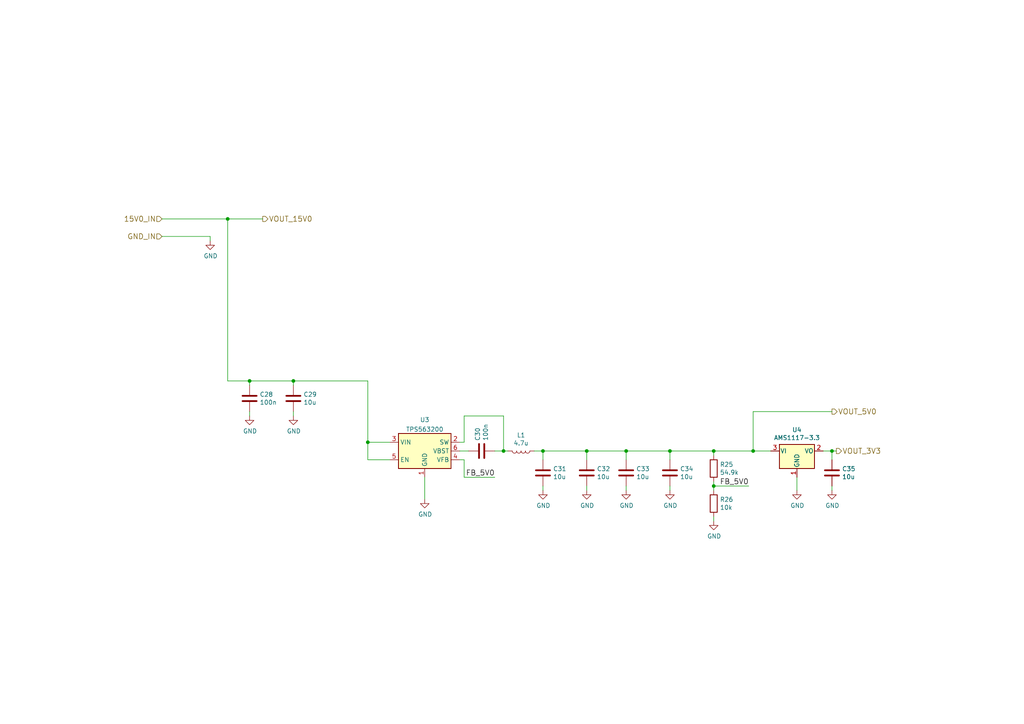
<source format=kicad_sch>
(kicad_sch (version 20211123) (generator eeschema)
  (paper "A4")
  (lib_symbols
    (symbol "Device:C" (pin_numbers hide) (pin_names (offset 0.254))
      (property "Reference" "C" (at 0.635 2.54 0))
      (property "Value" "C" (at 0.635 -2.54 0))
      (symbol "C_0_1"
        (polyline (pts (xy -2.032 -0.762) (xy 2.032 -0.762)) (stroke (width 0.508)))
        (polyline (pts (xy -2.032 0.762) (xy 2.032 0.762)) (stroke (width 0.508)))
      )
      (symbol "C_1_1"
        (pin passive line (at 0 3.81 270) (length 2.794) (name "~") (number "1"))
        (pin passive line (at 0 -3.81 90) (length 2.794) (name "~") (number "2"))
      )
    )
    (symbol "Device:L" (pin_numbers hide) (pin_names (offset 1.016) hide)
      (property "Reference" "L" (at -1.27 0 90))
      (property "Value" "L" (at 1.905 0 90))
      (symbol "L_0_1"
        (arc (start 0 -2.54) (mid 0.635 -1.905) (end 0 -1.27))
        (arc (start 0 -1.27) (mid 0.635 -0.635) (end 0 0))
        (arc (start 0 0) (mid 0.635 0.635) (end 0 1.27))
        (arc (start 0 1.27) (mid 0.635 1.905) (end 0 2.54))
      )
      (symbol "L_1_1"
        (pin passive line (at 0 3.81 270) (length 1.27) (name "1") (number "1"))
        (pin passive line (at 0 -3.81 90) (length 1.27) (name "2") (number "2"))
      )
    )
    (symbol "Device:R" (pin_numbers hide) (pin_names (offset 0))
      (property "Reference" "R" (at 2.032 0 90))
      (property "Value" "R" (at 0 0 90))
      (symbol "R_0_1"
        (rectangle (start -1.016 -2.54) (end 1.016 2.54) (stroke (width 0.254)))
      )
      (symbol "R_1_1"
        (pin passive line (at 0 3.81 270) (length 1.27) (name "~") (number "1"))
        (pin passive line (at 0 -3.81 90) (length 1.27) (name "~") (number "2"))
      )
    )
    (symbol "Regulator_Linear:AMS1117-3.3" (pin_names (offset 0.254))
      (property "Reference" "U" (at -3.81 3.175 0))
      (property "Value" "AMS1117-3.3" (at 0 3.175 0))
      (symbol "AMS1117-3.3_0_1"
        (rectangle (start -5.08 -5.08) (end 5.08 1.905) (stroke (width 0.254)) (fill (type background)))
      )
      (symbol "AMS1117-3.3_1_1"
        (pin power_in line (at 0 -7.62 90) (length 2.54) (name "GND") (number "1"))
        (pin power_out line (at 7.62 0 180) (length 2.54) (name "VO") (number "2"))
        (pin power_in line (at -7.62 0 0) (length 2.54) (name "VI") (number "3"))
      )
    )
    (symbol "Regulator_Switching:TPS563200"
      (property "Reference" "U" (at -7.62 6.35 0))
      (property "Value" "TPS563200" (at -2.54 6.35 0))
      (symbol "TPS563200_0_1"
        (rectangle (start -7.62 5.08) (end 7.62 -5.08) (stroke (width 0.254)) (fill (type background)))
      )
      (symbol "TPS563200_1_1"
        (pin power_in line (at 0 -7.62 90) (length 2.54) (name "GND") (number "1"))
        (pin output line (at 10.16 2.54 180) (length 2.54) (name "SW") (number "2"))
        (pin power_in line (at -10.16 2.54 0) (length 2.54) (name "VIN") (number "3"))
        (pin input line (at 10.16 -2.54 180) (length 2.54) (name "VFB") (number "4"))
        (pin input line (at -10.16 -2.54 0) (length 2.54) (name "EN") (number "5"))
        (pin passive line (at 10.16 0 180) (length 2.54) (name "VBST") (number "6"))
      )
    )
    (symbol "power:GND" (power) (pin_names (offset 0))
      (property "Value" "GND" (at 0 -3.81 0))
      (symbol "GND_0_1"
        (polyline (pts (xy 0 0) (xy 0 -1.27) (xy 1.27 -1.27) (xy 0 -2.54) (xy -1.27 -1.27) (xy 0 -1.27)))
      )
      (symbol "GND_1_1"
        (pin power_in line (at 0 0 270) (length 0) hide (name "GND") (number "1"))
      )
    )
  )
  (junction (at 85.09 110.49))
  (junction (at 241.3 130.81))
  (junction (at 194.31 130.81))
  (junction (at 181.61 130.81))
  (junction (at 157.48 130.81))
  (junction (at 207.01 130.81))
  (junction (at 170.18 130.81))
  (junction (at 207.01 140.97))
  (junction (at 218.44 130.81))
  (junction (at 106.68 128.27))
  (junction (at 66.04 63.5))
  (junction (at 72.39 110.49))
  (junction (at 146.05 130.81))
  (wire (pts (xy 207.01 149.86) (xy 207.01 151.13)))
  (wire (pts (xy 154.94 130.81) (xy 157.48 130.81)))
  (wire (pts (xy 181.61 140.97) (xy 181.61 142.24)))
  (wire (pts (xy 143.51 130.81) (xy 146.05 130.81)))
  (wire (pts (xy 146.05 130.81) (xy 147.32 130.81)))
  (wire (pts (xy 241.3 130.81) (xy 241.3 133.35)))
  (wire (pts (xy 72.39 110.49) (xy 85.09 110.49)))
  (wire (pts (xy 194.31 130.81) (xy 207.01 130.81)))
  (wire (pts (xy 218.44 130.81) (xy 207.01 130.81)))
  (wire (pts (xy 66.04 63.5) (xy 66.04 110.49)))
  (wire (pts (xy 46.99 68.58) (xy 60.96 68.58)))
  (wire (pts (xy 133.35 128.27) (xy 134.62 128.27)))
  (wire (pts (xy 157.48 140.97) (xy 157.48 142.24)))
  (wire (pts (xy 134.62 128.27) (xy 134.62 120.65)))
  (wire (pts (xy 85.09 110.49) (xy 106.68 110.49)))
  (wire (pts (xy 66.04 63.5) (xy 76.2 63.5)))
  (wire (pts (xy 218.44 119.38) (xy 218.44 130.81)))
  (wire (pts (xy 113.03 133.35) (xy 106.68 133.35)))
  (wire (pts (xy 170.18 130.81) (xy 181.61 130.81)))
  (wire (pts (xy 85.09 111.76) (xy 85.09 110.49)))
  (wire (pts (xy 194.31 130.81) (xy 194.31 133.35)))
  (wire (pts (xy 207.01 140.97) (xy 217.17 140.97)))
  (wire (pts (xy 207.01 140.97) (xy 207.01 142.24)))
  (wire (pts (xy 106.68 128.27) (xy 106.68 110.49)))
  (wire (pts (xy 123.19 144.78) (xy 123.19 138.43)))
  (wire (pts (xy 194.31 140.97) (xy 194.31 142.24)))
  (wire (pts (xy 85.09 119.38) (xy 85.09 120.65)))
  (wire (pts (xy 223.52 130.81) (xy 218.44 130.81)))
  (wire (pts (xy 170.18 130.81) (xy 170.18 133.35)))
  (wire (pts (xy 46.99 63.5) (xy 66.04 63.5)))
  (wire (pts (xy 66.04 110.49) (xy 72.39 110.49)))
  (wire (pts (xy 60.96 68.58) (xy 60.96 69.85)))
  (wire (pts (xy 242.57 130.81) (xy 241.3 130.81)))
  (wire (pts (xy 241.3 130.81) (xy 238.76 130.81)))
  (wire (pts (xy 157.48 130.81) (xy 157.48 133.35)))
  (wire (pts (xy 113.03 128.27) (xy 106.68 128.27)))
  (wire (pts (xy 133.35 133.35) (xy 134.62 133.35)))
  (wire (pts (xy 134.62 138.43) (xy 143.51 138.43)))
  (wire (pts (xy 170.18 140.97) (xy 170.18 142.24)))
  (wire (pts (xy 133.35 130.81) (xy 135.89 130.81)))
  (wire (pts (xy 181.61 130.81) (xy 194.31 130.81)))
  (wire (pts (xy 157.48 130.81) (xy 170.18 130.81)))
  (wire (pts (xy 134.62 133.35) (xy 134.62 138.43)))
  (wire (pts (xy 181.61 130.81) (xy 181.61 133.35)))
  (wire (pts (xy 241.3 119.38) (xy 218.44 119.38)))
  (wire (pts (xy 146.05 120.65) (xy 146.05 130.81)))
  (wire (pts (xy 134.62 120.65) (xy 146.05 120.65)))
  (wire (pts (xy 207.01 130.81) (xy 207.01 132.08)))
  (wire (pts (xy 72.39 111.76) (xy 72.39 110.49)))
  (wire (pts (xy 72.39 119.38) (xy 72.39 120.65)))
  (wire (pts (xy 207.01 139.7) (xy 207.01 140.97)))
  (wire (pts (xy 231.14 138.43) (xy 231.14 142.24)))
  (wire (pts (xy 106.68 133.35) (xy 106.68 128.27)))
  (wire (pts (xy 241.3 140.97) (xy 241.3 142.24)))
  (label "FB_5V0" (at 217.17 140.97 180) (effects (font (size 1.524 1.524))))
  (label "FB_5V0" (at 143.51 138.43 180) (effects (font (size 1.524 1.524))))
  (hierarchical_label "GND_IN" (shape input) (at 46.99 68.58 180) (effects (font (size 1.524 1.524))))
  (hierarchical_label "VOUT_15V0" (shape output) (at 76.2 63.5 0) (effects (font (size 1.524 1.524))))
  (hierarchical_label "15V0_IN" (shape input) (at 46.99 63.5 180) (effects (font (size 1.524 1.524))))
  (hierarchical_label "VOUT_3V3" (shape output) (at 242.57 130.81 0) (effects (font (size 1.524 1.524))))
  (hierarchical_label "VOUT_5V0" (shape output) (at 241.3 119.38 0) (effects (font (size 1.524 1.524))))
  (symbol (lib_id "power:GND") (at 170.18 142.24 0) (unit 1)
    (property "Reference" "#PWR0124" (effects hide))
    (property "Value" "GND" (at 170.307 146.6342 0))
  )
  (symbol (lib_id "Device:L") (at 151.13 130.81 270) (unit 1)
    (property "Reference" "L1" (at 151.13 126.2126 90))
    (property "Value" "4.7u" (at 151.13 128.524 90))
    (property "Footprint" "Inductor_SMD:L_Abracon_ASPI-0630LR" (effects hide))
  )
  (symbol (lib_id "power:GND") (at 72.39 120.65 0) (unit 1)
    (property "Reference" "#PWR0118" (effects hide))
    (property "Value" "GND" (at 72.517 125.0442 0))
  )
  (symbol (lib_id "Device:R") (at 207.01 146.05 0) (unit 1)
    (property "Reference" "R26" (at 208.788 144.8816 0) (effects (justify left)))
    (property "Value" "10k" (at 208.788 147.193 0) (effects (justify left)))
    (property "Footprint" "Resistor_SMD:R_0603_1608Metric_Pad0.98x0.95mm_HandSolder" (effects hide))
  )
  (symbol (lib_id "Device:C") (at 157.48 137.16 0) (unit 1)
    (property "Reference" "C31" (at 160.401 135.9916 0) (effects (justify left)))
    (property "Value" "10u" (at 160.401 138.303 0) (effects (justify left)))
    (property "Footprint" "Capacitor_SMD:C_1206_3216Metric_Pad1.33x1.80mm_HandSolder" (effects hide))
  )
  (symbol (lib_id "Device:C") (at 170.18 137.16 0) (unit 1)
    (property "Reference" "C32" (at 173.101 135.9916 0) (effects (justify left)))
    (property "Value" "10u" (at 173.101 138.303 0) (effects (justify left)))
    (property "Footprint" "Capacitor_SMD:C_1206_3216Metric_Pad1.33x1.80mm_HandSolder" (effects hide))
  )
  (symbol (lib_id "Device:C") (at 241.3 137.16 0) (unit 1)
    (property "Reference" "C35" (at 244.221 135.9916 0) (effects (justify left)))
    (property "Value" "10u" (at 244.221 138.303 0) (effects (justify left)))
    (property "Footprint" "Capacitor_SMD:C_1206_3216Metric_Pad1.33x1.80mm_HandSolder" (effects hide))
  )
  (symbol (lib_id "Device:C") (at 139.7 130.81 90) (unit 1)
    (property "Reference" "C30" (at 138.5316 127.889 0) (effects (justify left)))
    (property "Value" "100n" (at 140.843 127.889 0) (effects (justify left)))
    (property "Footprint" "Capacitor_SMD:C_0603_1608Metric_Pad1.08x0.95mm_HandSolder" (effects hide))
  )
  (symbol (lib_id "power:GND") (at 241.3 142.24 0) (unit 1)
    (property "Reference" "#PWR0121" (effects hide))
    (property "Value" "GND" (at 241.427 146.6342 0))
  )
  (symbol (lib_id "Device:C") (at 72.39 115.57 0) (unit 1)
    (property "Reference" "C28" (at 75.311 114.4016 0) (effects (justify left)))
    (property "Value" "100n" (at 75.311 116.713 0) (effects (justify left)))
    (property "Footprint" "Capacitor_SMD:C_0603_1608Metric_Pad1.08x0.95mm_HandSolder" (effects hide))
  )
  (symbol (lib_id "Regulator_Switching:TPS563200") (at 123.19 130.81 0) (unit 1)
    (property "Reference" "U3" (at 123.19 121.7635 0))
    (property "Value" "TPS563200" (at 123.19 124.5386 0))
    (property "Footprint" "Package_TO_SOT_SMD:SOT-23-6" (effects hide))
    (property "Datasheet" "http://www.ti.com/lit/ds/symlink/tps563200.pdf" (effects hide))
  )
  (symbol (lib_id "Device:C") (at 181.61 137.16 0) (unit 1)
    (property "Reference" "C33" (at 184.531 135.9916 0) (effects (justify left)))
    (property "Value" "10u" (at 184.531 138.303 0) (effects (justify left)))
    (property "Footprint" "Capacitor_SMD:C_1206_3216Metric_Pad1.33x1.80mm_HandSolder" (effects hide))
  )
  (symbol (lib_id "power:GND") (at 194.31 142.24 0) (unit 1)
    (property "Reference" "#PWR0123" (effects hide))
    (property "Value" "GND" (at 194.437 146.6342 0))
  )
  (symbol (lib_id "power:GND") (at 181.61 142.24 0) (unit 1)
    (property "Reference" "#PWR0125" (effects hide))
    (property "Value" "GND" (at 181.737 146.6342 0))
  )
  (symbol (lib_id "Device:R") (at 207.01 135.89 0) (unit 1)
    (property "Reference" "R25" (at 208.788 134.7216 0) (effects (justify left)))
    (property "Value" "54.9k" (at 208.788 137.033 0) (effects (justify left)))
    (property "Footprint" "Resistor_SMD:R_0603_1608Metric_Pad0.98x0.95mm_HandSolder" (effects hide))
  )
  (symbol (lib_id "power:GND") (at 60.96 69.85 0) (unit 1)
    (property "Reference" "#PWR0119" (effects hide))
    (property "Value" "GND" (at 61.087 74.2442 0))
  )
  (symbol (lib_id "Regulator_Linear:AMS1117-3.3") (at 231.14 130.81 0) (unit 1)
    (property "Reference" "U4" (at 231.14 124.6632 0))
    (property "Value" "AMS1117-3.3" (at 231.14 126.9746 0))
    (property "Footprint" "Package_TO_SOT_SMD:SOT-223-3_TabPin2" (effects hide))
    (property "Datasheet" "http://www.advanced-monolithic.com/pdf/ds1117.pdf" (effects hide))
  )
  (symbol (lib_id "Device:C") (at 194.31 137.16 0) (unit 1)
    (property "Reference" "C34" (at 197.231 135.9916 0) (effects (justify left)))
    (property "Value" "10u" (at 197.231 138.303 0) (effects (justify left)))
    (property "Footprint" "Capacitor_SMD:C_1206_3216Metric_Pad1.33x1.80mm_HandSolder" (effects hide))
  )
  (symbol (lib_id "power:GND") (at 157.48 142.24 0) (unit 1)
    (property "Reference" "#PWR0126" (effects hide))
    (property "Value" "GND" (at 157.607 146.6342 0))
  )
  (symbol (lib_id "power:GND") (at 85.09 120.65 0) (unit 1)
    (property "Reference" "#PWR0117" (effects hide))
    (property "Value" "GND" (at 85.217 125.0442 0))
  )
  (symbol (lib_id "Device:C") (at 85.09 115.57 0) (unit 1)
    (property "Reference" "C29" (at 88.011 114.4016 0) (effects (justify left)))
    (property "Value" "10u" (at 88.011 116.713 0) (effects (justify left)))
    (property "Footprint" "Capacitor_SMD:C_1206_3216Metric_Pad1.33x1.80mm_HandSolder" (effects hide))
  )
  (symbol (lib_id "power:GND") (at 231.14 142.24 0) (unit 1)
    (property "Reference" "#PWR0120" (effects hide))
    (property "Value" "GND" (at 231.267 146.6342 0))
  )
  (symbol (lib_id "power:GND") (at 207.01 151.13 0) (unit 1)
    (property "Reference" "#PWR0122" (effects hide))
    (property "Value" "GND" (at 207.137 155.5242 0))
  )
  (symbol (lib_id "power:GND") (at 123.19 144.78 0) (unit 1)
    (property "Reference" "#PWR0127" (effects hide))
    (property "Value" "GND" (at 123.317 149.1742 0))
  )
)
</source>
